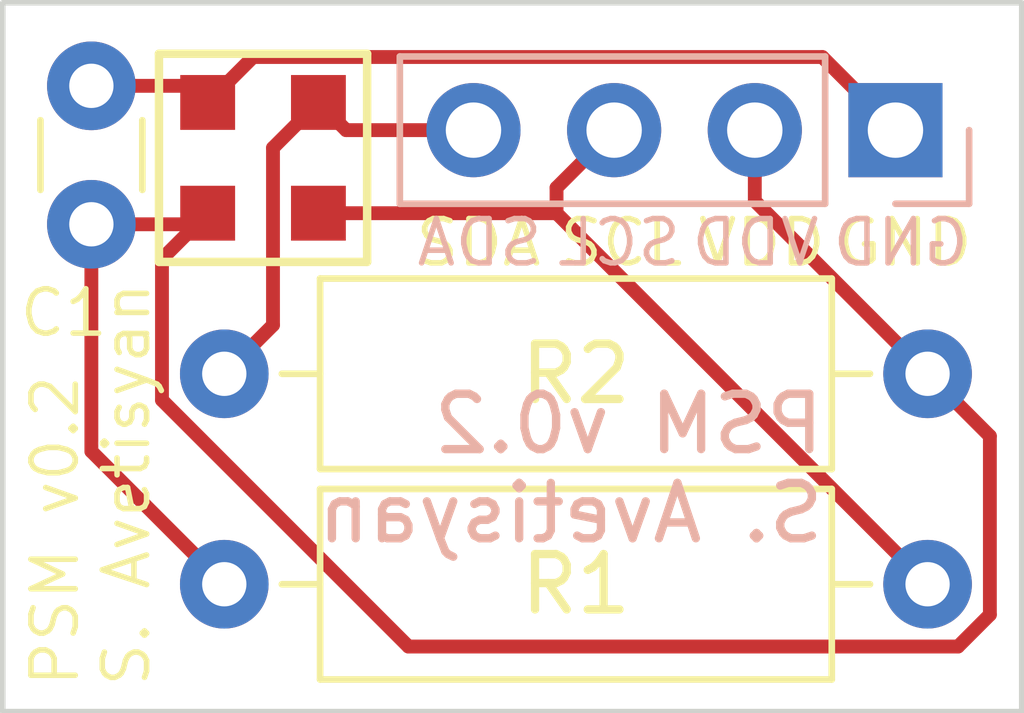
<source format=kicad_pcb>
(kicad_pcb (version 20221018) (generator pcbnew)
  (layers (0 "F.Cu" signal) (31 "B.Cu" signal) (34 "B.Paste" user) (35 "F.Paste" user) (36 "B.SilkS" user "B.Silkscreen") (37 "F.SilkS" user "F.Silkscreen") (38 "B.Mask" user) (39 "F.Mask" user) (44 "Edge.Cuts" user))
  (net 0 "")
  (net 1 "Net-(J1-Pin_1)")
  (net 2 "Net-(J1-Pin_2)")
  (net 3 "Net-(J1-Pin_3)")
  (net 4 "Net-(J1-Pin_4)")
  (footprint "Capacitor_THT:C_Disc_D3.0mm_W1.6mm_P2.50mm" (layer "F.Cu") (at 141.1 86.5 -90)
    (fp_text reference "C1" (at 4.1 0.5 -180) (layer "F.SilkS") (effects (font (size 0.8 0.8) (thickness 0.1))))
    (fp_text value "0.1 uF" hide)
    (fp_line (start 0.621 -0.92) (end 1.879 -0.92) (stroke (width 0.12)) (layer "F.SilkS"))
    (fp_line (start 0.621 0.92) (end 1.879 0.92) (stroke (width 0.12)) (layer "F.SilkS"))
    (pad "1" thru_hole circle (at 0 0 270) (size 1.6 1.6) (drill 0.8) (layers "*.Cu" "*.Mask") (net 1 "Net-(J1-Pin_1)"))
    (pad "2" thru_hole circle (at 2.5 0 270) (size 1.6 1.6) (drill 0.8) (layers "*.Cu" "*.Mask") (net 2 "Net-(J1-Pin_2)"))
  )
  (footprint "Resistor_THT:R_Axial_DIN0309_L9.0mm_D3.2mm_P12.70mm_Horizontal" (layer "F.Cu") (at 143.5 95.5)
    (fp_text reference "R1" (at 6.35 0) (layer "F.SilkS"))
    (fp_text value "10 kOhm" hide)
    (fp_line (start 1.04 0) (end 1.73 0) (stroke (width 0.12)) (layer "F.SilkS"))
    (fp_line (start 1.73 -1.72) (end 1.73 1.72) (stroke (width 0.12)) (layer "F.SilkS"))
    (fp_line (start 1.73 1.72) (end 10.97 1.72) (stroke (width 0.12)) (layer "F.SilkS"))
    (fp_line (start 10.97 -1.72) (end 1.73 -1.72) (stroke (width 0.12)) (layer "F.SilkS"))
    (fp_line (start 10.97 1.72) (end 10.97 -1.72) (stroke (width 0.12)) (layer "F.SilkS"))
    (fp_line (start 11.66 0) (end 10.97 0) (stroke (width 0.12)) (layer "F.SilkS"))
    (pad "1" thru_hole circle (at 0 0) (size 1.6 1.6) (drill 0.8) (layers "*.Cu" "*.Mask") (net 2 "Net-(J1-Pin_2)"))
    (pad "2" thru_hole oval (at 12.7 0) (size 1.6 1.6) (drill 0.8) (layers "*.Cu" "*.Mask") (net 3 "Net-(J1-Pin_3)"))
  )
  (footprint "Resistor_THT:R_Axial_DIN0309_L9.0mm_D3.2mm_P12.70mm_Horizontal" (layer "F.Cu") (at 156.2 91.7 180)
    (fp_text reference "R2" (at 6.35 0) (layer "F.SilkS"))
    (fp_text value "10 kOhm" hide)
    (fp_line (start 1.04 0) (end 1.73 0) (stroke (width 0.12)) (layer "F.SilkS"))
    (fp_line (start 1.73 -1.72) (end 1.73 1.72) (stroke (width 0.12)) (layer "F.SilkS"))
    (fp_line (start 1.73 1.72) (end 10.97 1.72) (stroke (width 0.12)) (layer "F.SilkS"))
    (fp_line (start 10.97 -1.72) (end 1.73 -1.72) (stroke (width 0.12)) (layer "F.SilkS"))
    (fp_line (start 10.97 1.72) (end 10.97 -1.72) (stroke (width 0.12)) (layer "F.SilkS"))
    (fp_line (start 11.66 0) (end 10.97 0) (stroke (width 0.12)) (layer "F.SilkS"))
    (pad "1" thru_hole circle (at 0 0 180) (size 1.6 1.6) (drill 0.8) (layers "*.Cu" "*.Mask") (net 2 "Net-(J1-Pin_2)"))
    (pad "2" thru_hole oval (at 12.7 0 180) (size 1.6 1.6) (drill 0.8) (layers "*.Cu" "*.Mask") (net 4 "Net-(J1-Pin_4)"))
  )
  (footprint "NanoFloat Pressure Sensor:Pressure Sensor Footprint" (layer "F.Cu") (at 144.199999 87.799999)
    (fp_text reference "U1" hide)
    (fp_text value "~" hide)
    (fp_line (start -1.8796 -1.8796) (end -1.8796 1.8796) (stroke (width 0.1524)) (layer "F.SilkS"))
    (fp_line (start -1.8796 1.8796) (end 1.8796 1.8796) (stroke (width 0.1524)) (layer "F.SilkS"))
    (fp_line (start 1.8796 -1.8796) (end -1.8796 -1.8796) (stroke (width 0.1524)) (layer "F.SilkS"))
    (fp_line (start 1.8796 1.8796) (end 1.8796 -1.8796) (stroke (width 0.1524)) (layer "F.SilkS"))
    (pad "1" smd rect (at -1.000001 -1.000001) (size 0.9906 0.9906) (layers "F.Cu" "F.Paste" "F.Mask") (net 1 "Net-(J1-Pin_1)"))
    (pad "2" smd rect (at -1.000001 1.000001) (size 0.9906 0.9906) (layers "F.Cu" "F.Paste" "F.Mask") (net 2 "Net-(J1-Pin_2)"))
    (pad "3" smd rect (at 1.000001 1.000001) (size 0.9906 0.9906) (layers "F.Cu" "F.Paste" "F.Mask") (net 3 "Net-(J1-Pin_3)"))
    (pad "4" smd rect (at 1.000001 -1.000001) (size 0.9906 0.9906) (layers "F.Cu" "F.Paste" "F.Mask") (net 4 "Net-(J1-Pin_4)"))
  )
  (footprint "Connector_PinHeader_2.54mm:PinHeader_1x04_P2.54mm_Vertical" (layer "B.Cu") (at 155.62 87.3 90)
    (fp_text reference "J1" hide)
    (fp_text value "Conn_01x04_Pin" hide)
    (fp_line (start -1.33 -8.95) (end 1.33 -8.95) (stroke (width 0.12)) (layer "B.SilkS"))
    (fp_line (start -1.33 -1.27) (end -1.33 -8.95) (stroke (width 0.12)) (layer "B.SilkS"))
    (fp_line (start -1.33 -1.27) (end 1.33 -1.27) (stroke (width 0.12)) (layer "B.SilkS"))
    (fp_line (start -1.33 0) (end -1.33 1.33) (stroke (width 0.12)) (layer "B.SilkS"))
    (fp_line (start -1.33 1.33) (end 0 1.33) (stroke (width 0.12)) (layer "B.SilkS"))
    (fp_line (start 1.33 -1.27) (end 1.33 -8.95) (stroke (width 0.12)) (layer "B.SilkS"))
    (pad "1" thru_hole rect (at 0 0 90) (size 1.7 1.7) (drill 1) (layers "*.Cu" "*.Mask") (net 1 "Net-(J1-Pin_1)"))
    (pad "2" thru_hole oval (at 0 -2.54 90) (size 1.7 1.7) (drill 1) (layers "*.Cu" "*.Mask") (net 2 "Net-(J1-Pin_2)"))
    (pad "3" thru_hole oval (at 0 -5.08 90) (size 1.7 1.7) (drill 1) (layers "*.Cu" "*.Mask") (net 3 "Net-(J1-Pin_3)"))
    (pad "4" thru_hole oval (at 0 -7.62 90) (size 1.7 1.7) (drill 1) (layers "*.Cu" "*.Mask") (net 4 "Net-(J1-Pin_4)"))
  )
  (gr_rect (start 139.5 85) (end 157.9 97.8) (stroke (width 0.1)) (fill none) (layer "Edge.Cuts"))
  (gr_text "GND" (at 157 89.8) (layer "B.SilkS") (effects (font (size 0.8 0.8) (thickness 0.1)) (justify left bottom mirror)))
  (gr_text "SDA" (at 149.3 89.8) (layer "B.SilkS") (effects (font (size 0.8 0.8) (thickness 0.1)) (justify left bottom mirror)))
  (gr_text "SCL" (at 151.8 89.8) (layer "B.SilkS") (effects (font (size 0.8 0.8) (thickness 0.1)) (justify left bottom mirror)))
  (gr_text "VDD" (at 154.3 89.8) (layer "B.SilkS") (effects (font (size 0.8 0.8) (thickness 0.1)) (justify left bottom mirror)))
  (gr_text "PSM v0.2\nS. Avetisyan" (at 154.4 94.8) (layer "B.SilkS") (effects (font (size 1 1)) (justify left bottom mirror)))
  (gr_text "PSM v0.2\nS. Avetisyan" (at 142.2 97.4 90) (layer "F.SilkS") (effects (font (size 0.8 0.8) (thickness 0.1)) (justify left bottom)))
  (gr_text "VDD" (at 152 89.8) (layer "F.SilkS") (effects (font (size 0.8 0.8) (thickness 0.1)) (justify left bottom)))
  (gr_text "SDA" (at 146.9 89.8) (layer "F.SilkS") (effects (font (size 0.8 0.8) (thickness 0.1)) (justify left bottom)))
  (gr_text "GND" (at 154.5 89.8) (layer "F.SilkS") (effects (font (size 0.8 0.8) (thickness 0.1)) (justify left bottom)))
  (gr_text "SCL" (at 149.5 89.8) (layer "F.SilkS") (effects (font (size 0.8 0.8) (thickness 0.1)) (justify left bottom)))
  (segment (start 142.9 86.5) (end 143.199998 86.799998) (width 0.25) (layer "F.Cu") (net 1))
  (segment (start 143.199998 86.799998) (end 144.020298 85.979698) (width 0.25) (layer "F.Cu") (net 1))
  (segment (start 144.020298 85.979698) (end 154.299698 85.979698) (width 0.25) (layer "F.Cu") (net 1))
  (segment (start 154.299698 85.979698) (end 155.62 87.3) (width 0.25) (layer "F.Cu") (net 1))
  (segment (start 141.1 86.5) (end 142.9 86.5) (width 0.25) (layer "F.Cu") (net 1))
  (segment (start 142.375 89.624998) (end 142.375 92.175) (width 0.25) (layer "F.Cu") (net 2))
  (segment (start 141.1 93.1) (end 143.5 95.5) (width 0.25) (layer "F.Cu") (net 2))
  (segment (start 153.08 88.58) (end 156.2 91.7) (width 0.25) (layer "F.Cu") (net 2))
  (segment (start 146.825 96.625) (end 156.75 96.625) (width 0.25) (layer "F.Cu") (net 2))
  (segment (start 157.325 96.05) (end 157.325 92.825) (width 0.25) (layer "F.Cu") (net 2))
  (segment (start 143.199998 88.8) (end 142.375 89.624998) (width 0.25) (layer "F.Cu") (net 2))
  (segment (start 142.375 92.175) (end 146.825 96.625) (width 0.25) (layer "F.Cu") (net 2))
  (segment (start 142.999998 89) (end 143.199998 88.8) (width 0.25) (layer "F.Cu") (net 2))
  (segment (start 153.08 87.3) (end 153.08 88.58) (width 0.25) (layer "F.Cu") (net 2))
  (segment (start 141.1 89) (end 142.999998 89) (width 0.25) (layer "F.Cu") (net 2))
  (segment (start 157.325 92.825) (end 156.2 91.7) (width 0.25) (layer "F.Cu") (net 2))
  (segment (start 141.1 89) (end 141.1 93.1) (width 0.25) (layer "F.Cu") (net 2))
  (segment (start 156.75 96.625) (end 157.325 96.05) (width 0.25) (layer "F.Cu") (net 2))
  (segment (start 149.5 88.8) (end 156.2 95.5) (width 0.25) (layer "F.Cu") (net 3))
  (segment (start 145.2 88.8) (end 149.5 88.8) (width 0.25) (layer "F.Cu") (net 3))
  (segment (start 150.54 87.3) (end 149.5 88.34) (width 0.25) (layer "F.Cu") (net 3))
  (segment (start 149.5 88.34) (end 149.5 88.8) (width 0.25) (layer "F.Cu") (net 3))
  (segment (start 145.2 86.799998) (end 144.3797 87.620298) (width 0.25) (layer "F.Cu") (net 4))
  (segment (start 144.3797 90.8203) (end 143.5 91.7) (width 0.25) (layer "F.Cu") (net 4))
  (segment (start 145.700002 87.3) (end 145.2 86.799998) (width 0.25) (layer "F.Cu") (net 4))
  (segment (start 148 87.3) (end 145.700002 87.3) (width 0.25) (layer "F.Cu") (net 4))
  (segment (start 147.899998 86.799998) (end 148 86.9) (width 0.25) (layer "F.Cu") (net 4))
  (segment (start 144.3797 87.620298) (end 144.3797 90.8203) (width 0.25) (layer "F.Cu") (net 4))
)
</source>
